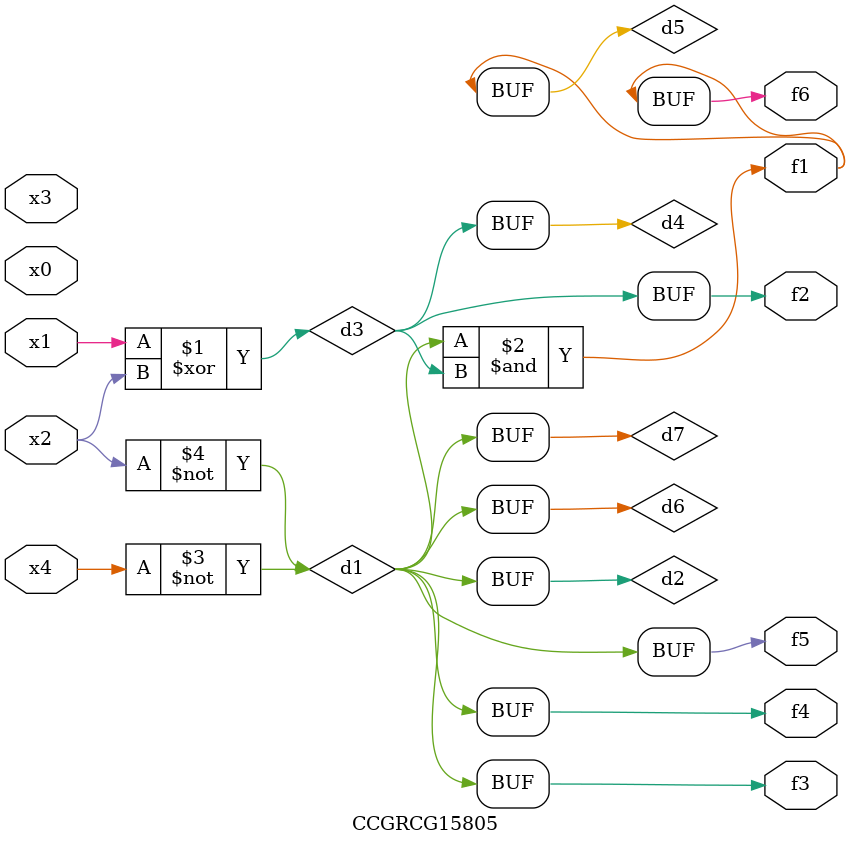
<source format=v>
module CCGRCG15805(
	input x0, x1, x2, x3, x4,
	output f1, f2, f3, f4, f5, f6
);

	wire d1, d2, d3, d4, d5, d6, d7;

	not (d1, x4);
	not (d2, x2);
	xor (d3, x1, x2);
	buf (d4, d3);
	and (d5, d1, d3);
	buf (d6, d1, d2);
	buf (d7, d2);
	assign f1 = d5;
	assign f2 = d4;
	assign f3 = d7;
	assign f4 = d7;
	assign f5 = d7;
	assign f6 = d5;
endmodule

</source>
